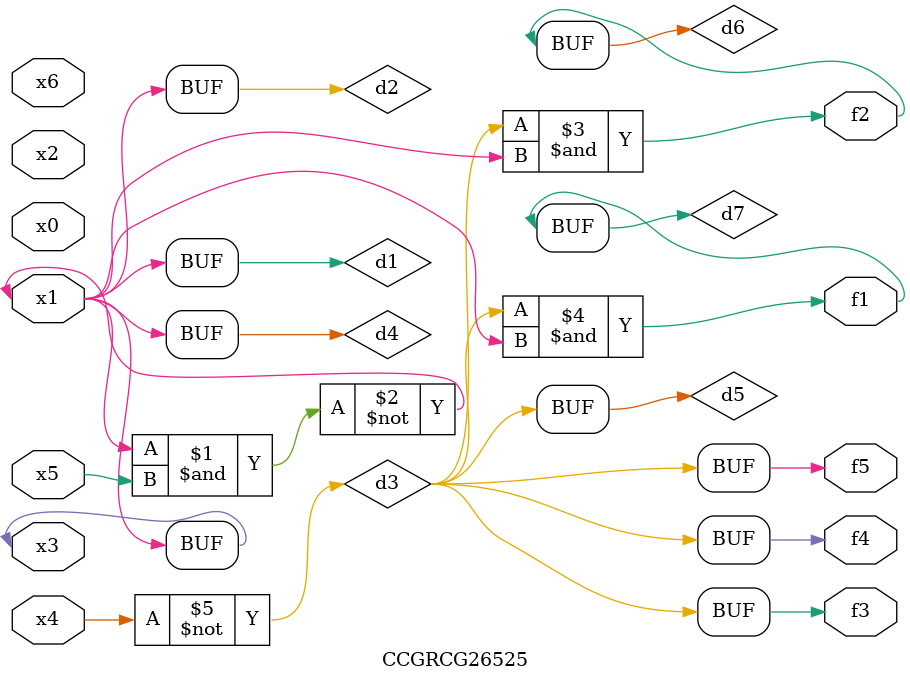
<source format=v>
module CCGRCG26525(
	input x0, x1, x2, x3, x4, x5, x6,
	output f1, f2, f3, f4, f5
);

	wire d1, d2, d3, d4, d5, d6, d7;

	buf (d1, x1, x3);
	nand (d2, x1, x5);
	not (d3, x4);
	buf (d4, d1, d2);
	buf (d5, d3);
	and (d6, d3, d4);
	and (d7, d3, d4);
	assign f1 = d7;
	assign f2 = d6;
	assign f3 = d5;
	assign f4 = d5;
	assign f5 = d5;
endmodule

</source>
